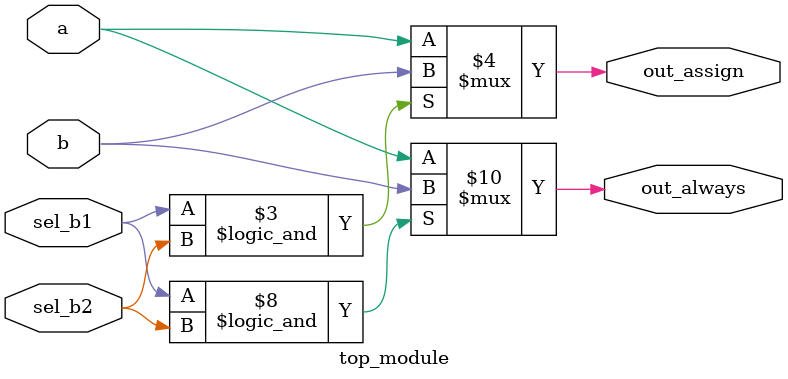
<source format=v>
module top_module(
    input a,
    input b,
    input sel_b1,
    input sel_b2,
    output wire out_assign,
    output reg out_always   ); 
    
    assign out_assign = (sel_b1==1&&sel_b2==1)?b:a;
  //assign out_assign = ({sel_b1,sel_b2}==2'b11)?b:a; 
    
    always @ (*) begin
        if(sel_b1==1&&sel_b2==1)
      //if({sel_b1,sel_b2}==2'b11)
            out_always = b;
        else 
            out_always = a;
    end

endmodule

</source>
